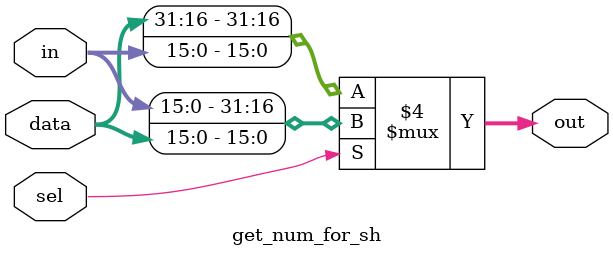
<source format=v>
`timescale 1ns / 1ps


module get_num_for_sh(in,sel,data,out);
    input [15:0] in;
    input sel;
    input [31:0] data;
    output reg[31:0] out;
    always@(*) begin
        if(sel == 0) out = {data[31:16],in};
        else out = {in,data[15:0]};
    end
endmodule

</source>
